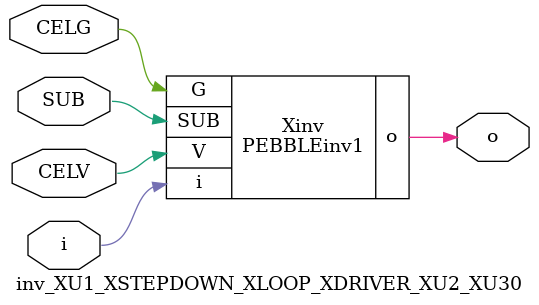
<source format=v>



module PEBBLEinv1 ( o, G, SUB, V, i );

  input V;
  input i;
  input G;
  output o;
  input SUB;
endmodule

//Celera Confidential Do Not Copy inv_XU1_XSTEPDOWN_XLOOP_XDRIVER_XU2_XU30
//Celera Confidential Symbol Generator
//5V Inverter
module inv_XU1_XSTEPDOWN_XLOOP_XDRIVER_XU2_XU30 (CELV,CELG,i,o,SUB);
input CELV;
input CELG;
input i;
input SUB;
output o;

//Celera Confidential Do Not Copy inv
PEBBLEinv1 Xinv(
.V (CELV),
.i (i),
.o (o),
.SUB (SUB),
.G (CELG)
);
//,diesize,PEBBLEinv1

//Celera Confidential Do Not Copy Module End
//Celera Schematic Generator
endmodule

</source>
